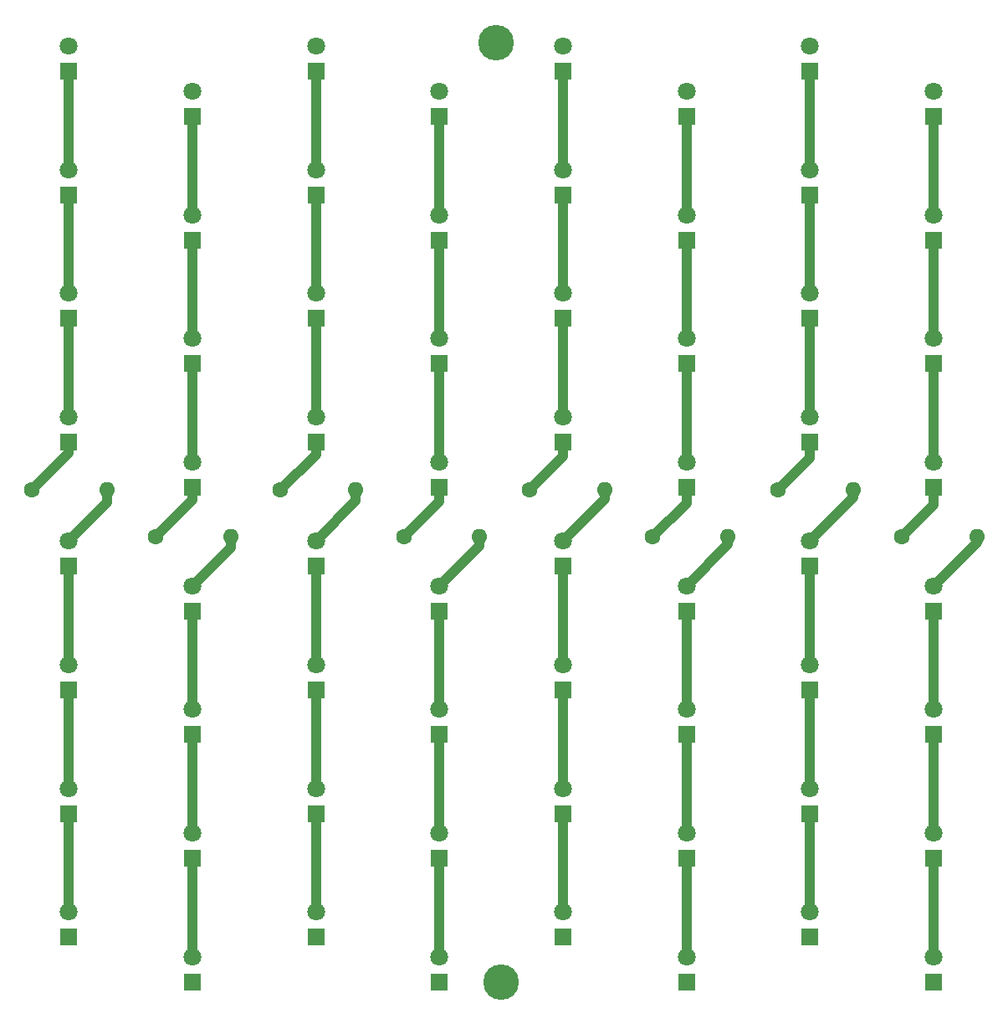
<source format=gbr>
G04 #@! TF.GenerationSoftware,KiCad,Pcbnew,(5.1.7)-1*
G04 #@! TF.CreationDate,2020-10-28T10:47:30+01:00*
G04 #@! TF.ProjectId,LED_Panel,4c45445f-5061-46e6-956c-2e6b69636164,rev?*
G04 #@! TF.SameCoordinates,Original*
G04 #@! TF.FileFunction,Copper,L2,Bot*
G04 #@! TF.FilePolarity,Positive*
%FSLAX46Y46*%
G04 Gerber Fmt 4.6, Leading zero omitted, Abs format (unit mm)*
G04 Created by KiCad (PCBNEW (5.1.7)-1) date 2020-10-28 10:47:30*
%MOMM*%
%LPD*%
G01*
G04 APERTURE LIST*
G04 #@! TA.AperFunction,ComponentPad*
%ADD10C,3.600000*%
G04 #@! TD*
G04 #@! TA.AperFunction,ComponentPad*
%ADD11O,1.600000X1.600000*%
G04 #@! TD*
G04 #@! TA.AperFunction,ComponentPad*
%ADD12C,1.600000*%
G04 #@! TD*
G04 #@! TA.AperFunction,ComponentPad*
%ADD13C,1.800000*%
G04 #@! TD*
G04 #@! TA.AperFunction,ComponentPad*
%ADD14R,1.800000X1.800000*%
G04 #@! TD*
G04 #@! TA.AperFunction,Conductor*
%ADD15C,1.000000*%
G04 #@! TD*
G04 APERTURE END LIST*
D10*
X70500000Y-37500000D03*
X71000000Y-132500000D03*
D11*
X119120000Y-87500000D03*
D12*
X111500000Y-87500000D03*
D11*
X106620000Y-82750000D03*
D12*
X99000000Y-82750000D03*
D11*
X93953332Y-87500000D03*
D12*
X86333332Y-87500000D03*
D11*
X81453332Y-82750000D03*
D12*
X73833332Y-82750000D03*
D11*
X68786666Y-87500000D03*
D12*
X61166666Y-87500000D03*
D11*
X56286666Y-82750000D03*
D12*
X48666666Y-82750000D03*
D11*
X43620000Y-87500000D03*
D12*
X36000000Y-87500000D03*
D11*
X31120000Y-82750000D03*
D12*
X23500000Y-82750000D03*
D13*
X114750000Y-129960000D03*
D14*
X114750000Y-132500000D03*
D13*
X114750000Y-117460000D03*
D14*
X114750000Y-120000000D03*
D13*
X114750000Y-104960000D03*
D14*
X114750000Y-107500000D03*
D13*
X114750000Y-92460000D03*
D14*
X114750000Y-95000000D03*
D13*
X114750000Y-79960000D03*
D14*
X114750000Y-82500000D03*
D13*
X114750000Y-67460000D03*
D14*
X114750000Y-70000000D03*
D13*
X114750000Y-54960000D03*
D14*
X114750000Y-57500000D03*
D13*
X114750000Y-42460000D03*
D14*
X114750000Y-45000000D03*
D13*
X102250000Y-125460000D03*
D14*
X102250000Y-128000000D03*
D13*
X102250000Y-112945710D03*
D14*
X102250000Y-115485710D03*
D13*
X102250000Y-100431425D03*
D14*
X102250000Y-102971425D03*
D13*
X102250000Y-87917140D03*
D14*
X102250000Y-90457140D03*
D13*
X102250000Y-75402855D03*
D14*
X102250000Y-77942855D03*
D13*
X102250000Y-62888570D03*
D14*
X102250000Y-65428570D03*
D13*
X102250000Y-50374285D03*
D14*
X102250000Y-52914285D03*
D13*
X102250000Y-37860000D03*
D14*
X102250000Y-40400000D03*
D13*
X89750000Y-129960000D03*
D14*
X89750000Y-132500000D03*
D13*
X89750000Y-117460000D03*
D14*
X89750000Y-120000000D03*
D13*
X89750000Y-104960000D03*
D14*
X89750000Y-107500000D03*
D13*
X89750000Y-92460000D03*
D14*
X89750000Y-95000000D03*
D13*
X89750000Y-79960000D03*
D14*
X89750000Y-82500000D03*
D13*
X89750000Y-67460000D03*
D14*
X89750000Y-70000000D03*
D13*
X89750000Y-54960000D03*
D14*
X89750000Y-57500000D03*
D13*
X89750000Y-42460000D03*
D14*
X89750000Y-45000000D03*
D13*
X77250000Y-125460000D03*
D14*
X77250000Y-128000000D03*
D13*
X77250000Y-112945710D03*
D14*
X77250000Y-115485710D03*
D13*
X77250000Y-100431425D03*
D14*
X77250000Y-102971425D03*
D13*
X77250000Y-87917140D03*
D14*
X77250000Y-90457140D03*
D13*
X77250000Y-75402855D03*
D14*
X77250000Y-77942855D03*
D13*
X77250000Y-62888570D03*
D14*
X77250000Y-65428570D03*
D13*
X77250000Y-50374285D03*
D14*
X77250000Y-52914285D03*
D13*
X77250000Y-37860000D03*
D14*
X77250000Y-40400000D03*
D13*
X64750000Y-129960000D03*
D14*
X64750000Y-132500000D03*
D13*
X64750000Y-117460000D03*
D14*
X64750000Y-120000000D03*
D13*
X64750000Y-104960000D03*
D14*
X64750000Y-107500000D03*
D13*
X64750000Y-92460000D03*
D14*
X64750000Y-95000000D03*
D13*
X64750000Y-79960000D03*
D14*
X64750000Y-82500000D03*
D13*
X64750000Y-67460000D03*
D14*
X64750000Y-70000000D03*
D13*
X64750000Y-54960000D03*
D14*
X64750000Y-57500000D03*
D13*
X64750000Y-42460000D03*
D14*
X64750000Y-45000000D03*
D13*
X52250000Y-125460000D03*
D14*
X52250000Y-128000000D03*
D13*
X52250000Y-112945710D03*
D14*
X52250000Y-115485710D03*
D13*
X52250000Y-100431425D03*
D14*
X52250000Y-102971425D03*
D13*
X52250000Y-87917140D03*
D14*
X52250000Y-90457140D03*
D13*
X52250000Y-75402855D03*
D14*
X52250000Y-77942855D03*
D13*
X52250000Y-62888570D03*
D14*
X52250000Y-65428570D03*
D13*
X52250000Y-50374285D03*
D14*
X52250000Y-52914285D03*
D13*
X52250000Y-37860000D03*
D14*
X52250000Y-40400000D03*
D13*
X39750000Y-129960000D03*
D14*
X39750000Y-132500000D03*
D13*
X39750000Y-117460000D03*
D14*
X39750000Y-120000000D03*
D13*
X39750000Y-104960000D03*
D14*
X39750000Y-107500000D03*
D13*
X39750000Y-92460000D03*
D14*
X39750000Y-95000000D03*
D13*
X39750000Y-79960000D03*
D14*
X39750000Y-82500000D03*
D13*
X39750000Y-67460000D03*
D14*
X39750000Y-70000000D03*
D13*
X39750000Y-54960000D03*
D14*
X39750000Y-57500000D03*
D13*
X39750000Y-42460000D03*
D14*
X39750000Y-45000000D03*
D13*
X27250000Y-125460000D03*
D14*
X27250000Y-128000000D03*
D13*
X27250000Y-112945710D03*
D14*
X27250000Y-115485710D03*
D13*
X27250000Y-100431425D03*
D14*
X27250000Y-102971425D03*
D13*
X27250000Y-87917140D03*
D14*
X27250000Y-90457140D03*
D13*
X27250000Y-75402855D03*
D14*
X27250000Y-77942855D03*
D13*
X27250000Y-62888570D03*
D14*
X27250000Y-65428570D03*
D13*
X27250000Y-50374285D03*
D14*
X27250000Y-52914285D03*
D13*
X27250000Y-37860000D03*
D14*
X27250000Y-40400000D03*
D15*
X27250000Y-40400000D02*
X27250000Y-50374285D01*
X27250000Y-52914285D02*
X27250000Y-62888570D01*
X27250000Y-65428570D02*
X27250000Y-75402855D01*
X27250000Y-79000000D02*
X23500000Y-82750000D01*
X27250000Y-77942855D02*
X27250000Y-79000000D01*
X27250000Y-90457140D02*
X27250000Y-100431425D01*
X27250000Y-102971425D02*
X27250000Y-112945710D01*
X27250000Y-115485710D02*
X27250000Y-125460000D01*
X39750000Y-45000000D02*
X39750000Y-54960000D01*
X39750000Y-57500000D02*
X39750000Y-67460000D01*
X39750000Y-70000000D02*
X39750000Y-79960000D01*
X39750000Y-83750000D02*
X36000000Y-87500000D01*
X39750000Y-82500000D02*
X39750000Y-83750000D01*
X39750000Y-95000000D02*
X39750000Y-104960000D01*
X39750000Y-107500000D02*
X39750000Y-117460000D01*
X39750000Y-120000000D02*
X39750000Y-129960000D01*
X52250000Y-40400000D02*
X52250000Y-50374285D01*
X52250000Y-52914285D02*
X52250000Y-62888570D01*
X52250000Y-65428570D02*
X52250000Y-75402855D01*
X52250000Y-79166666D02*
X48666666Y-82750000D01*
X52250000Y-77942855D02*
X52250000Y-79166666D01*
X52250000Y-90457140D02*
X52250000Y-100431425D01*
X52250000Y-102971425D02*
X52250000Y-112945710D01*
X52250000Y-115485710D02*
X52250000Y-125460000D01*
X64750000Y-45000000D02*
X64750000Y-54960000D01*
X64750000Y-57500000D02*
X64750000Y-67460000D01*
X64750000Y-70000000D02*
X64750000Y-79960000D01*
X64750000Y-83916666D02*
X61166666Y-87500000D01*
X64750000Y-82500000D02*
X64750000Y-83916666D01*
X64750000Y-95000000D02*
X64750000Y-104960000D01*
X64750000Y-107500000D02*
X64750000Y-117460000D01*
X64750000Y-120000000D02*
X64750000Y-129960000D01*
X77250000Y-40400000D02*
X77250000Y-50374285D01*
X77250000Y-52914285D02*
X77250000Y-62888570D01*
X77250000Y-65428570D02*
X77250000Y-75402855D01*
X77250000Y-79333332D02*
X73833332Y-82750000D01*
X77250000Y-77942855D02*
X77250000Y-79333332D01*
X77250000Y-90457140D02*
X77250000Y-100431425D01*
X77250000Y-102971425D02*
X77250000Y-112945710D01*
X77250000Y-115485710D02*
X77250000Y-125460000D01*
X89750000Y-45000000D02*
X89750000Y-54960000D01*
X89750000Y-57500000D02*
X89750000Y-67460000D01*
X89750000Y-70000000D02*
X89750000Y-79960000D01*
X89750000Y-84083332D02*
X86333332Y-87500000D01*
X89750000Y-82500000D02*
X89750000Y-84083332D01*
X89750000Y-95000000D02*
X89750000Y-104960000D01*
X89750000Y-107500000D02*
X89750000Y-117460000D01*
X89750000Y-120000000D02*
X89750000Y-129960000D01*
X102250000Y-40400000D02*
X102250000Y-50374285D01*
X102250000Y-52914285D02*
X102250000Y-62888570D01*
X102250000Y-65428570D02*
X102250000Y-75402855D01*
X102250000Y-79500000D02*
X99000000Y-82750000D01*
X102250000Y-77942855D02*
X102250000Y-79500000D01*
X102250000Y-90457140D02*
X102250000Y-100431425D01*
X102250000Y-102971425D02*
X102250000Y-112945710D01*
X102250000Y-115485710D02*
X102250000Y-125460000D01*
X114750000Y-45000000D02*
X114750000Y-54960000D01*
X114750000Y-57500000D02*
X114750000Y-67460000D01*
X114750000Y-70000000D02*
X114750000Y-79960000D01*
X114750000Y-84250000D02*
X111500000Y-87500000D01*
X114750000Y-82500000D02*
X114750000Y-84250000D01*
X114750000Y-95000000D02*
X114750000Y-104960000D01*
X114750000Y-107500000D02*
X114750000Y-117460000D01*
X114750000Y-120000000D02*
X114750000Y-129960000D01*
X31120000Y-84047140D02*
X27250000Y-87917140D01*
X31120000Y-82750000D02*
X31120000Y-84047140D01*
X43620000Y-88590000D02*
X39750000Y-92460000D01*
X43620000Y-87500000D02*
X43620000Y-88590000D01*
X56286666Y-83880474D02*
X52250000Y-87917140D01*
X56286666Y-82750000D02*
X56286666Y-83880474D01*
X68786666Y-88423334D02*
X64750000Y-92460000D01*
X68786666Y-87500000D02*
X68786666Y-88423334D01*
X81453332Y-83713808D02*
X77250000Y-87917140D01*
X81453332Y-82750000D02*
X81453332Y-83713808D01*
X93953332Y-88256668D02*
X89750000Y-92460000D01*
X93953332Y-87500000D02*
X93953332Y-88256668D01*
X106620000Y-83547140D02*
X102250000Y-87917140D01*
X106620000Y-82750000D02*
X106620000Y-83547140D01*
X119120000Y-88090000D02*
X114750000Y-92460000D01*
X119120000Y-87500000D02*
X119120000Y-88090000D01*
M02*

</source>
